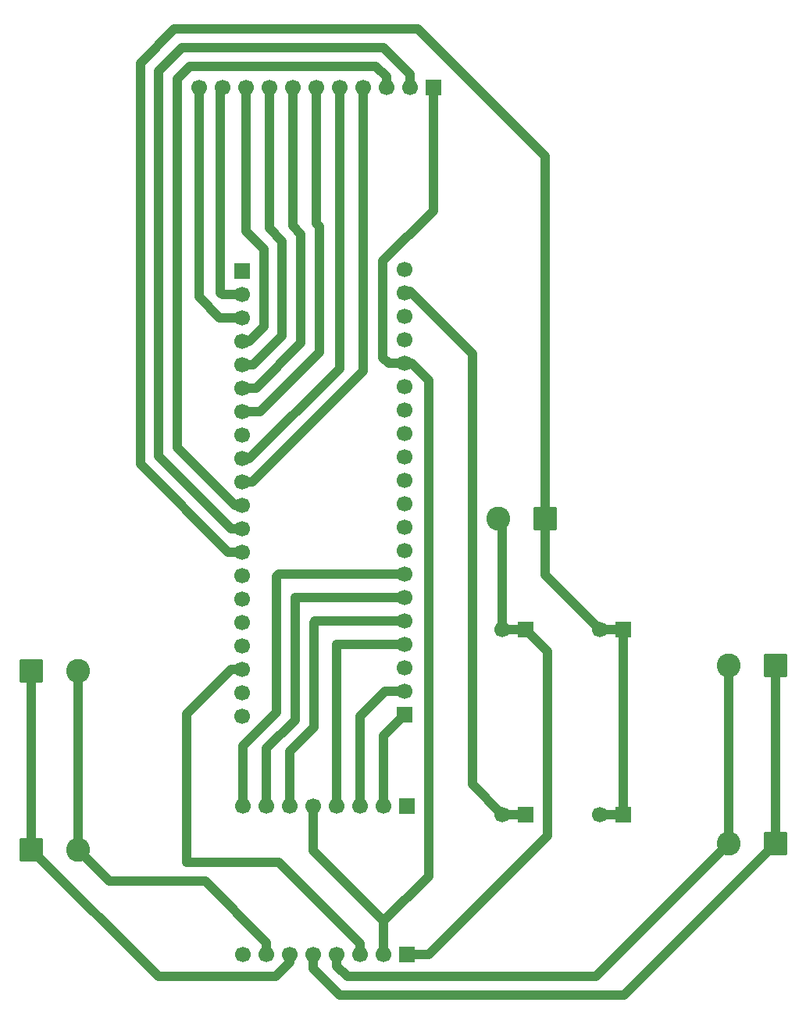
<source format=gbr>
%TF.GenerationSoftware,KiCad,Pcbnew,9.0.7*%
%TF.CreationDate,2026-01-22T15:28:45+05:00*%
%TF.ProjectId,PCB,5043422e-6b69-4636-9164-5f7063625858,rev?*%
%TF.SameCoordinates,Original*%
%TF.FileFunction,Copper,L1,Top*%
%TF.FilePolarity,Positive*%
%FSLAX46Y46*%
G04 Gerber Fmt 4.6, Leading zero omitted, Abs format (unit mm)*
G04 Created by KiCad (PCBNEW 9.0.7) date 2026-01-22 15:28:45*
%MOMM*%
%LPD*%
G01*
G04 APERTURE LIST*
G04 Aperture macros list*
%AMRoundRect*
0 Rectangle with rounded corners*
0 $1 Rounding radius*
0 $2 $3 $4 $5 $6 $7 $8 $9 X,Y pos of 4 corners*
0 Add a 4 corners polygon primitive as box body*
4,1,4,$2,$3,$4,$5,$6,$7,$8,$9,$2,$3,0*
0 Add four circle primitives for the rounded corners*
1,1,$1+$1,$2,$3*
1,1,$1+$1,$4,$5*
1,1,$1+$1,$6,$7*
1,1,$1+$1,$8,$9*
0 Add four rect primitives between the rounded corners*
20,1,$1+$1,$2,$3,$4,$5,0*
20,1,$1+$1,$4,$5,$6,$7,0*
20,1,$1+$1,$6,$7,$8,$9,0*
20,1,$1+$1,$8,$9,$2,$3,0*%
G04 Aperture macros list end*
%TA.AperFunction,ComponentPad*%
%ADD10RoundRect,0.250000X-1.050000X-1.050000X1.050000X-1.050000X1.050000X1.050000X-1.050000X1.050000X0*%
%TD*%
%TA.AperFunction,ComponentPad*%
%ADD11C,2.600000*%
%TD*%
%TA.AperFunction,ComponentPad*%
%ADD12R,1.700000X1.700000*%
%TD*%
%TA.AperFunction,ComponentPad*%
%ADD13C,1.700000*%
%TD*%
%TA.AperFunction,ComponentPad*%
%ADD14RoundRect,0.250000X1.050000X1.050000X-1.050000X1.050000X-1.050000X-1.050000X1.050000X-1.050000X0*%
%TD*%
%TA.AperFunction,Conductor*%
%ADD15C,1.000000*%
%TD*%
G04 APERTURE END LIST*
D10*
%TO.P,MotorBL1,1,Pin_1*%
%TO.N,Net-(MotorBL1-Pin_1)*%
X99130000Y-126572173D03*
D11*
%TO.P,MotorBL1,2,Pin_2*%
%TO.N,Net-(MotorBL1-Pin_2)*%
X104210000Y-126572173D03*
%TD*%
%TO.P,MotorFL1,2,Pin_2*%
%TO.N,Net-(MotorBL1-Pin_2)*%
X104210000Y-107242173D03*
D10*
%TO.P,MotorFL1,1,Pin_1*%
%TO.N,Net-(MotorBL1-Pin_1)*%
X99130000Y-107242173D03*
%TD*%
D12*
%TO.P,Buck_OUT-1,1,Pin_1*%
%TO.N,GND*%
X163291845Y-122762373D03*
D13*
%TO.P,Buck_OUT-1,2,Pin_2*%
X160751845Y-122762373D03*
%TD*%
D11*
%TO.P,MotorFR1,2,Pin_2*%
%TO.N,Net-(MotorBR1-Pin_2)*%
X174712047Y-106632173D03*
D14*
%TO.P,MotorFR1,1,Pin_1*%
%TO.N,Net-(MotorBR1-Pin_1)*%
X179792047Y-106632173D03*
%TD*%
D12*
%TO.P,Buck_IN-1,1,Pin_1*%
%TO.N,GND*%
X163291845Y-102762373D03*
D13*
%TO.P,Buck_IN-1,2,Pin_2*%
X160751845Y-102762373D03*
%TD*%
D12*
%TO.P,TB6612FNGR1,1,Pin_1*%
%TO.N,VCC*%
X139886381Y-137992762D03*
D13*
%TO.P,TB6612FNGR1,2,Pin_2*%
%TO.N,/3V3_OUT*%
X137346381Y-137992762D03*
%TO.P,TB6612FNGR1,3,Pin_3*%
%TO.N,GND18*%
X134806381Y-137992762D03*
%TO.P,TB6612FNGR1,4,Pin_4*%
%TO.N,Net-(MotorBR1-Pin_2)*%
X132266381Y-137992762D03*
%TO.P,TB6612FNGR1,5,Pin_5*%
%TO.N,Net-(MotorBR1-Pin_1)*%
X129726381Y-137992762D03*
%TO.P,TB6612FNGR1,6,Pin_6*%
%TO.N,Net-(MotorBL1-Pin_1)*%
X127186381Y-137992762D03*
%TO.P,TB6612FNGR1,7,Pin_7*%
%TO.N,Net-(MotorBL1-Pin_2)*%
X124646381Y-137992762D03*
%TO.P,TB6612FNGR1,8,Pin_8*%
%TO.N,unconnected-(TB6612FNGR1-Pin_8-Pad8)*%
X122106381Y-137992762D03*
%TD*%
D12*
%TO.P,Buck_OUT+1,1,Pin_1*%
%TO.N,/BuckOut*%
X152751845Y-122762373D03*
D13*
%TO.P,Buck_OUT+1,2,Pin_2*%
X150211845Y-122762373D03*
%TD*%
D12*
%TO.P,PicoR1,1,Pin_1*%
%TO.N,Net-(PicoR1-Pin_1)*%
X139620000Y-112000293D03*
D13*
%TO.P,PicoR1,2,Pin_2*%
%TO.N,Net-(PicoR1-Pin_2)*%
X139620000Y-109460293D03*
%TO.P,PicoR1,3,Pin_3*%
%TO.N,unconnected-(PicoR1-Pin_3-Pad3)*%
X139620000Y-106920293D03*
%TO.P,PicoR1,4,Pin_4*%
%TO.N,Net-(PicoR1-Pin_4)*%
X139620000Y-104380293D03*
%TO.P,PicoR1,5,Pin_5*%
%TO.N,Net-(PicoR1-Pin_5)*%
X139620000Y-101840293D03*
%TO.P,PicoR1,6,Pin_6*%
%TO.N,Net-(PicoR1-Pin_6)*%
X139620000Y-99300293D03*
%TO.P,PicoR1,7,Pin_7*%
%TO.N,Net-(PicoR1-Pin_7)*%
X139620000Y-96760293D03*
%TO.P,PicoR1,8,Pin_8*%
%TO.N,unconnected-(PicoR1-Pin_8-Pad8)*%
X139620000Y-94220293D03*
%TO.P,PicoR1,9,Pin_9*%
%TO.N,unconnected-(PicoR1-Pin_9-Pad9)*%
X139620000Y-91680293D03*
%TO.P,PicoR1,10,Pin_10*%
%TO.N,unconnected-(PicoR1-Pin_10-Pad10)*%
X139620000Y-89140293D03*
%TO.P,PicoR1,11,Pin_11*%
%TO.N,unconnected-(PicoR1-Pin_11-Pad11)*%
X139620000Y-86600293D03*
%TO.P,PicoR1,12,Pin_12*%
%TO.N,unconnected-(PicoR1-Pin_12-Pad12)*%
X139620000Y-84060293D03*
%TO.P,PicoR1,13,Pin_13*%
%TO.N,unconnected-(PicoR1-Pin_13-Pad13)*%
X139620000Y-81520293D03*
%TO.P,PicoR1,14,Pin_14*%
%TO.N,unconnected-(PicoR1-Pin_14-Pad14)*%
X139620000Y-78980293D03*
%TO.P,PicoR1,15,Pin_15*%
%TO.N,unconnected-(PicoR1-Pin_15-Pad15)*%
X139620000Y-76440293D03*
%TO.P,PicoR1,16,Pin_16*%
%TO.N,/3V3_OUT*%
X139620000Y-73900293D03*
%TO.P,PicoR1,17,Pin_17*%
%TO.N,unconnected-(PicoR1-Pin_17-Pad17)*%
X139620000Y-71360293D03*
%TO.P,PicoR1,18,Pin_18*%
%TO.N,unconnected-(PicoR1-Pin_18-Pad18)*%
X139620000Y-68820293D03*
%TO.P,PicoR1,19,Pin_19*%
%TO.N,/BuckOut*%
X139620000Y-66280293D03*
%TO.P,PicoR1,20,Pin_20*%
%TO.N,unconnected-(PicoR1-Pin_20-Pad20)*%
X139620000Y-63740293D03*
%TD*%
D11*
%TO.P,MotorBR1,2,Pin_2*%
%TO.N,Net-(MotorBR1-Pin_2)*%
X174712047Y-125962173D03*
D14*
%TO.P,MotorBR1,1,Pin_1*%
%TO.N,Net-(MotorBR1-Pin_1)*%
X179792047Y-125962173D03*
%TD*%
D12*
%TO.P,TB6612FNGL1,1,Pin_1*%
%TO.N,unconnected-(TB6612FNGL1-Pin_1-Pad1)*%
X139886381Y-121904762D03*
D13*
%TO.P,TB6612FNGL1,2,Pin_2*%
%TO.N,Net-(PicoR1-Pin_1)*%
X137346381Y-121904762D03*
%TO.P,TB6612FNGL1,3,Pin_3*%
%TO.N,Net-(PicoR1-Pin_2)*%
X134806381Y-121904762D03*
%TO.P,TB6612FNGL1,4,Pin_4*%
%TO.N,Net-(PicoR1-Pin_4)*%
X132266381Y-121904762D03*
%TO.P,TB6612FNGL1,5,Pin_5*%
%TO.N,/3V3_OUT*%
X129726381Y-121904762D03*
%TO.P,TB6612FNGL1,6,Pin_6*%
%TO.N,Net-(PicoR1-Pin_5)*%
X127186381Y-121904762D03*
%TO.P,TB6612FNGL1,7,Pin_7*%
%TO.N,Net-(PicoR1-Pin_6)*%
X124646381Y-121904762D03*
%TO.P,TB6612FNGL1,8,Pin_8*%
%TO.N,Net-(PicoR1-Pin_7)*%
X122106381Y-121904762D03*
%TD*%
D12*
%TO.P,QTR-8RC1,1,Pin_1*%
%TO.N,/3V3_OUT*%
X142700000Y-44000000D03*
D13*
%TO.P,QTR-8RC1,2,Pin_2*%
%TO.N,Net-(PicoL1-Pin_12)*%
X140160000Y-44000000D03*
%TO.P,QTR-8RC1,3,Pin_3*%
%TO.N,Net-(PicoL1-Pin_11)*%
X137620000Y-44000000D03*
%TO.P,QTR-8RC1,4,Pin_4*%
%TO.N,Net-(PicoL1-Pin_10)*%
X135080000Y-44000000D03*
%TO.P,QTR-8RC1,5,Pin_5*%
%TO.N,Net-(PicoL1-Pin_9)*%
X132540000Y-44000000D03*
%TO.P,QTR-8RC1,6,Pin_6*%
%TO.N,Net-(PicoL1-Pin_7)*%
X130000000Y-44000000D03*
%TO.P,QTR-8RC1,7,Pin_7*%
%TO.N,Net-(PicoL1-Pin_6)*%
X127460000Y-44000000D03*
%TO.P,QTR-8RC1,8,Pin_8*%
%TO.N,Net-(PicoL1-Pin_5)*%
X124920000Y-44000000D03*
%TO.P,QTR-8RC1,9,Pin_9*%
%TO.N,Net-(PicoL1-Pin_4)*%
X122380000Y-44000000D03*
%TO.P,QTR-8RC1,10,Pin_10*%
%TO.N,Net-(PicoL1-Pin_2)*%
X119840000Y-44000000D03*
%TO.P,QTR-8RC1,11,Pin_11*%
%TO.N,GND3*%
X117300000Y-44000000D03*
%TD*%
D12*
%TO.P,Buck_IN+1,1,Pin_1*%
%TO.N,VCC*%
X152751845Y-102762373D03*
D13*
%TO.P,Buck_IN+1,2,Pin_2*%
X150211845Y-102762373D03*
%TD*%
D14*
%TO.P,Battery1,1,Pin_1*%
%TO.N,GND*%
X154830000Y-90750000D03*
D11*
%TO.P,Battery1,2,Pin_2*%
%TO.N,VCC*%
X149750000Y-90750000D03*
%TD*%
D12*
%TO.P,PicoL1,1,Pin_1*%
%TO.N,unconnected-(PicoL1-Pin_1-Pad1)*%
X122000000Y-63860293D03*
D13*
%TO.P,PicoL1,2,Pin_2*%
%TO.N,Net-(PicoL1-Pin_2)*%
X122000000Y-66400293D03*
%TO.P,PicoL1,3,Pin_3*%
%TO.N,GND3*%
X122000000Y-68940293D03*
%TO.P,PicoL1,4,Pin_4*%
%TO.N,Net-(PicoL1-Pin_4)*%
X122000000Y-71480293D03*
%TO.P,PicoL1,5,Pin_5*%
%TO.N,Net-(PicoL1-Pin_5)*%
X122000000Y-74020293D03*
%TO.P,PicoL1,6,Pin_6*%
%TO.N,Net-(PicoL1-Pin_6)*%
X122000000Y-76560293D03*
%TO.P,PicoL1,7,Pin_7*%
%TO.N,Net-(PicoL1-Pin_7)*%
X122000000Y-79100293D03*
%TO.P,PicoL1,8,Pin_8*%
%TO.N,unconnected-(PicoL1-Pin_8-Pad8)*%
X122000000Y-81640293D03*
%TO.P,PicoL1,9,Pin_9*%
%TO.N,Net-(PicoL1-Pin_9)*%
X122000000Y-84180293D03*
%TO.P,PicoL1,10,Pin_10*%
%TO.N,Net-(PicoL1-Pin_10)*%
X122000000Y-86720293D03*
%TO.P,PicoL1,11,Pin_11*%
%TO.N,Net-(PicoL1-Pin_11)*%
X122000000Y-89260293D03*
%TO.P,PicoL1,12,Pin_12*%
%TO.N,Net-(PicoL1-Pin_12)*%
X122000000Y-91800293D03*
%TO.P,PicoL1,13,Pin_13*%
%TO.N,GND*%
X122000000Y-94340293D03*
%TO.P,PicoL1,14,Pin_14*%
%TO.N,unconnected-(PicoL1-Pin_14-Pad14)*%
X122000000Y-96880293D03*
%TO.P,PicoL1,15,Pin_15*%
%TO.N,unconnected-(PicoL1-Pin_15-Pad15)*%
X122000000Y-99420293D03*
%TO.P,PicoL1,16,Pin_16*%
%TO.N,unconnected-(PicoL1-Pin_16-Pad16)*%
X122000000Y-101960293D03*
%TO.P,PicoL1,17,Pin_17*%
%TO.N,unconnected-(PicoL1-Pin_17-Pad17)*%
X122000000Y-104500293D03*
%TO.P,PicoL1,18,Pin_18*%
%TO.N,GND18*%
X122000000Y-107040293D03*
%TO.P,PicoL1,19,Pin_19*%
%TO.N,unconnected-(PicoL1-Pin_19-Pad19)*%
X122000000Y-109580293D03*
%TO.P,PicoL1,20,Pin_20*%
%TO.N,unconnected-(PicoL1-Pin_20-Pad20)*%
X122000000Y-112120293D03*
%TD*%
D15*
%TO.N,Net-(MotorBL1-Pin_2)*%
X124646381Y-136646381D02*
X124646381Y-137992762D01*
X118001000Y-130001000D02*
X124646381Y-136646381D01*
X107638827Y-130001000D02*
X118001000Y-130001000D01*
X104210000Y-126572173D02*
X107638827Y-130001000D01*
%TO.N,Net-(MotorBL1-Pin_1)*%
X125620198Y-140343762D02*
X127186381Y-138777579D01*
X112901589Y-140343762D02*
X125620198Y-140343762D01*
X99130000Y-126572173D02*
X112901589Y-140343762D01*
X127186381Y-138777579D02*
X127186381Y-137992762D01*
X99130000Y-107242173D02*
X99130000Y-126572173D01*
%TO.N,Net-(MotorBL1-Pin_2)*%
X104210000Y-107242173D02*
X104210000Y-126572173D01*
%TO.N,/BuckOut*%
X152751845Y-122762373D02*
X150211845Y-122762373D01*
%TO.N,GND*%
X160751845Y-122762373D02*
X163291845Y-122762373D01*
X160751845Y-102762373D02*
X163291845Y-102762373D01*
%TO.N,VCC*%
X152751845Y-102762373D02*
X150211845Y-102762373D01*
X150211845Y-91211845D02*
X149750000Y-90750000D01*
X150211845Y-102762373D02*
X150211845Y-91211845D01*
X142223456Y-137992762D02*
X139886381Y-137992762D01*
X155102845Y-125113373D02*
X142223456Y-137992762D01*
X155102845Y-105113373D02*
X155102845Y-125113373D01*
X152751845Y-102762373D02*
X155102845Y-105113373D01*
%TO.N,/BuckOut*%
X146949000Y-72824476D02*
X140215817Y-66091293D01*
X146949000Y-119499528D02*
X146949000Y-72824476D01*
X150211845Y-122762373D02*
X146949000Y-119499528D01*
%TO.N,Net-(MotorBR1-Pin_1)*%
X179792047Y-106632173D02*
X179792047Y-125962173D01*
X129726381Y-139484685D02*
X129726381Y-137992762D01*
X132586458Y-142344762D02*
X129726381Y-139484685D01*
X163409458Y-142344762D02*
X132586458Y-142344762D01*
X179792047Y-125962173D02*
X163409458Y-142344762D01*
%TO.N,Net-(MotorBR1-Pin_2)*%
X132266381Y-139194843D02*
X132266381Y-137992762D01*
X160330458Y-140343762D02*
X133415300Y-140343762D01*
X133415300Y-140343762D02*
X132266381Y-139194843D01*
X174712047Y-125962173D02*
X160330458Y-140343762D01*
X174712047Y-106632173D02*
X174712047Y-125962173D01*
%TO.N,GND*%
X154830000Y-96840528D02*
X160751845Y-102762373D01*
X154830000Y-90750000D02*
X154830000Y-96840528D01*
X120508077Y-94340293D02*
X122000000Y-94340293D01*
X114668499Y-37647001D02*
X110947000Y-41368501D01*
X110947000Y-41368501D02*
X110947000Y-84779216D01*
X141049001Y-37647001D02*
X114668499Y-37647001D01*
X154830000Y-51428000D02*
X141049001Y-37647001D01*
X110947000Y-84779216D02*
X120508077Y-94340293D01*
X154830000Y-90750000D02*
X154830000Y-51428000D01*
%TO.N,GND18*%
X134806381Y-137992762D02*
X134806381Y-136790681D01*
X116000000Y-128000000D02*
X116000000Y-111838212D01*
%TO.N,GND3*%
X117300000Y-66692135D02*
X119548158Y-68940293D01*
%TO.N,GND18*%
X134806381Y-136790681D02*
X126015700Y-128000000D01*
%TO.N,GND3*%
X117300000Y-44000000D02*
X117300000Y-66692135D01*
X119548158Y-68940293D02*
X122000000Y-68940293D01*
%TO.N,GND18*%
X126015700Y-128000000D02*
X116000000Y-128000000D01*
X116000000Y-111838212D02*
X120797919Y-107040293D01*
X120797919Y-107040293D02*
X122000000Y-107040293D01*
%TO.N,Net-(PicoL1-Pin_2)*%
X119840000Y-44000000D02*
X119649000Y-44191000D01*
X119649000Y-66211293D02*
X119838000Y-66400293D01*
X119838000Y-66400293D02*
X122000000Y-66400293D01*
X119649000Y-44191000D02*
X119649000Y-66211293D01*
%TO.N,Net-(PicoL1-Pin_12)*%
X140160000Y-44000000D02*
X140160000Y-42508078D01*
X140160000Y-42508078D02*
X137299922Y-39648000D01*
X120797919Y-91800293D02*
X122000000Y-91800293D01*
X112948000Y-42197342D02*
X112948000Y-83950374D01*
X115497341Y-39648000D02*
X112948000Y-42197342D01*
X112948000Y-83950374D02*
X120797919Y-91800293D01*
X137299922Y-39648000D02*
X115497341Y-39648000D01*
%TO.N,Net-(PicoL1-Pin_10)*%
X123074658Y-86720293D02*
X122000000Y-86720293D01*
X135080000Y-74714951D02*
X123074658Y-86720293D01*
X135080000Y-44000000D02*
X135080000Y-74714951D01*
%TO.N,Net-(PicoL1-Pin_4)*%
X122784817Y-71480293D02*
X122000000Y-71480293D01*
X122380000Y-44000000D02*
X122380000Y-59538293D01*
X124351000Y-61509293D02*
X124351000Y-69914110D01*
X122380000Y-59538293D02*
X124351000Y-61509293D01*
X124351000Y-69914110D02*
X122784817Y-71480293D01*
%TO.N,Net-(PicoL1-Pin_7)*%
X130000000Y-58668769D02*
X130354000Y-59022770D01*
X130354000Y-59022770D02*
X130354000Y-72646000D01*
X130354000Y-72646000D02*
X123899707Y-79100293D01*
X130000000Y-44000000D02*
X130000000Y-58668769D01*
X123899707Y-79100293D02*
X122000000Y-79100293D01*
%TO.N,Net-(PicoL1-Pin_6)*%
X123491923Y-76560293D02*
X122000000Y-76560293D01*
X128353000Y-59851611D02*
X128353000Y-71699216D01*
X128353000Y-71699216D02*
X123491923Y-76560293D01*
X127460000Y-58958611D02*
X128353000Y-59851611D01*
X127460000Y-44000000D02*
X127460000Y-58958611D01*
%TO.N,Net-(PicoL1-Pin_9)*%
X122784817Y-84180293D02*
X122000000Y-84180293D01*
X132540000Y-44000000D02*
X132540000Y-74425110D01*
X132540000Y-74425110D02*
X122784817Y-84180293D01*
%TO.N,Net-(PicoL1-Pin_11)*%
X116326183Y-41649000D02*
X114949000Y-43026183D01*
X136471081Y-41649000D02*
X116326183Y-41649000D01*
X121215183Y-89260293D02*
X122000000Y-89260293D01*
X137620000Y-42797919D02*
X136471081Y-41649000D01*
X114949000Y-82994110D02*
X121215183Y-89260293D01*
X137620000Y-44000000D02*
X137620000Y-42797919D01*
X114949000Y-43026183D02*
X114949000Y-82994110D01*
%TO.N,Net-(PicoL1-Pin_5)*%
X124920000Y-44000000D02*
X124920000Y-59248451D01*
X126352000Y-60680452D02*
X126352000Y-70870374D01*
X126352000Y-70870374D02*
X123202081Y-74020293D01*
X123202081Y-74020293D02*
X122000000Y-74020293D01*
X124920000Y-59248451D02*
X126352000Y-60680452D01*
%TO.N,Net-(PicoR1-Pin_6)*%
X127750000Y-99250000D02*
X127800293Y-99300293D01*
X127800293Y-99300293D02*
X139620000Y-99300293D01*
X124646381Y-115628571D02*
X127750000Y-112524952D01*
X124646381Y-121904762D02*
X124646381Y-115628571D01*
X127750000Y-112524952D02*
X127750000Y-99250000D01*
%TO.N,Net-(PicoR1-Pin_4)*%
X132250000Y-104380293D02*
X132250000Y-110515450D01*
X139620000Y-104380293D02*
X132250000Y-104380293D01*
X132250000Y-110515450D02*
X132266381Y-110531831D01*
X132266381Y-110531831D02*
X132266381Y-121904762D01*
%TO.N,Net-(PicoR1-Pin_5)*%
X127186381Y-115918413D02*
X127186381Y-121904762D01*
X139620000Y-101840293D02*
X129910707Y-101840293D01*
X129751000Y-113353794D02*
X127186381Y-115918413D01*
X129751000Y-102000000D02*
X129751000Y-113353794D01*
X129910707Y-101840293D02*
X129751000Y-102000000D01*
%TO.N,Net-(PicoR1-Pin_2)*%
X137458000Y-109460293D02*
X134806381Y-112111912D01*
X134806381Y-112111912D02*
X134806381Y-121904762D01*
X139620000Y-109460293D02*
X137458000Y-109460293D01*
%TO.N,/3V3_OUT*%
X142237381Y-129455381D02*
X142237381Y-75732857D01*
X142237381Y-75732857D02*
X140404817Y-73900293D01*
X140404817Y-73900293D02*
X139620000Y-73900293D01*
X129726381Y-126726381D02*
X137346381Y-134346381D01*
X142700000Y-57335476D02*
X137269000Y-62766476D01*
X137269000Y-62766476D02*
X137269000Y-73269000D01*
X137269000Y-73269000D02*
X137900293Y-73900293D01*
X142700000Y-44000000D02*
X142700000Y-57335476D01*
X137346381Y-134346381D02*
X137346381Y-137992762D01*
X137346381Y-134346381D02*
X142237381Y-129455381D01*
X137900293Y-73900293D02*
X139620000Y-73900293D01*
X129726381Y-121904762D02*
X129726381Y-126726381D01*
%TO.N,Net-(PicoR1-Pin_1)*%
X137346381Y-114273912D02*
X137346381Y-121904762D01*
X139620000Y-112000293D02*
X137346381Y-114273912D01*
%TO.N,Net-(PicoR1-Pin_7)*%
X125750000Y-97000000D02*
X125989707Y-96760293D01*
X125750000Y-111695110D02*
X125750000Y-97000000D01*
X125989707Y-96760293D02*
X139620000Y-96760293D01*
X122106381Y-115338729D02*
X125750000Y-111695110D01*
X122106381Y-121904762D02*
X122106381Y-115338729D01*
%TO.N,GND*%
X163291845Y-102762373D02*
X163291845Y-122762373D01*
%TD*%
M02*

</source>
